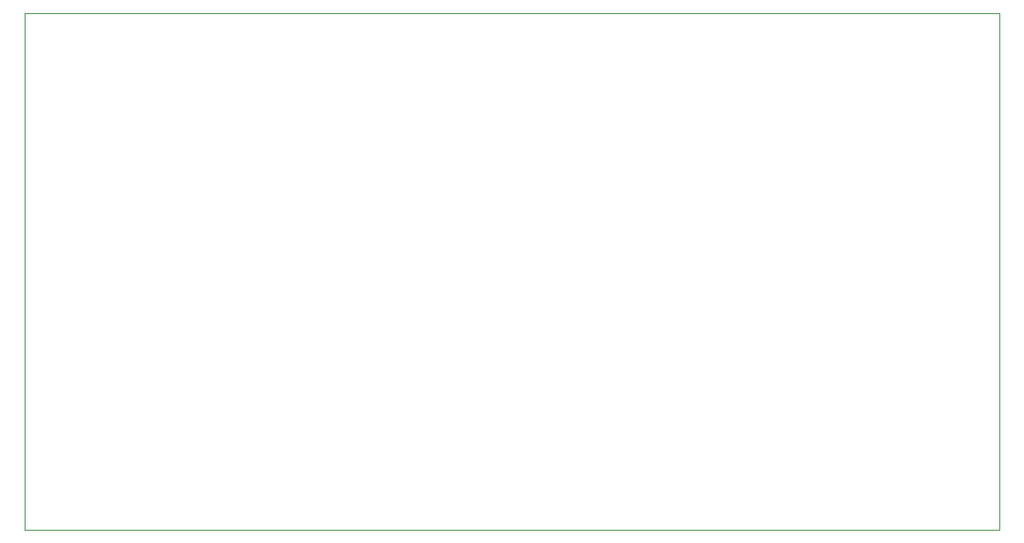
<source format=gbr>
%TF.GenerationSoftware,KiCad,Pcbnew,(6.0.0)*%
%TF.CreationDate,2022-07-31T17:47:01+01:00*%
%TF.ProjectId,M filament Heater,4d206669-6c61-46d6-956e-742048656174,rev?*%
%TF.SameCoordinates,Original*%
%TF.FileFunction,Profile,NP*%
%FSLAX46Y46*%
G04 Gerber Fmt 4.6, Leading zero omitted, Abs format (unit mm)*
G04 Created by KiCad (PCBNEW (6.0.0)) date 2022-07-31 17:47:01*
%MOMM*%
%LPD*%
G01*
G04 APERTURE LIST*
%TA.AperFunction,Profile*%
%ADD10C,0.100000*%
%TD*%
G04 APERTURE END LIST*
D10*
X194895000Y-77620000D02*
X101090000Y-77620000D01*
X101090000Y-77620000D02*
X101090000Y-127395000D01*
X101090000Y-127395000D02*
X194895000Y-127395000D01*
X194895000Y-127395000D02*
X194895000Y-77620000D01*
M02*

</source>
